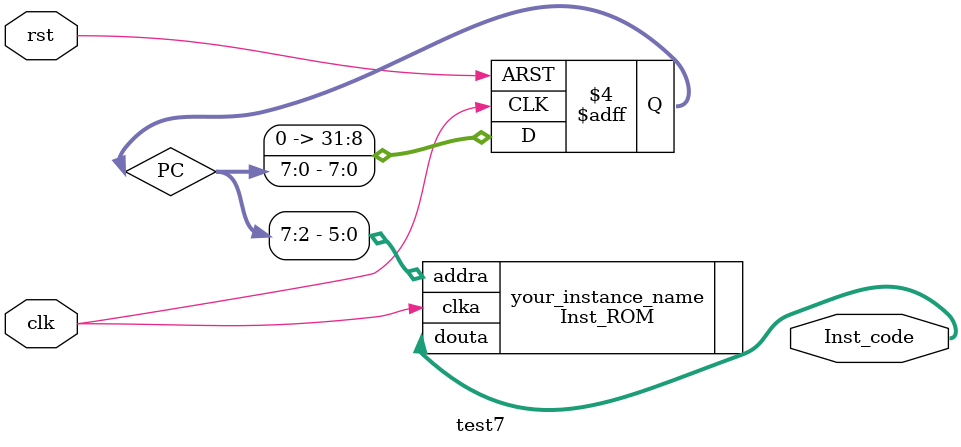
<source format=v>
`timescale 1ns / 1ps
module test7(rst,clk,Inst_code);
	input rst,clk;
	output wire[31:0] Inst_code;
	//output reg[7:0] LED;
	//wire [1:0]choose;
	reg [31:0]PC_new;
	reg [31:0]PC;

	Inst_ROM your_instance_name (
  .clka(clk), // input clka
  .addra(PC[7:2]), // input [5 : 0] addra
  .douta(Inst_code[31:0]) // output [31 : 0] douta
	);
	
	always@(posedge rst or posedge clk)
		begin
			if(rst)
			PC <= 32'h0000_0000;
			else
			//PC <= PC[7:0];
			PC <= {24'h00_0000,PC[7:0]};
		end
	initial PC_new <= PC[31:8]+4;			
endmodule

</source>
